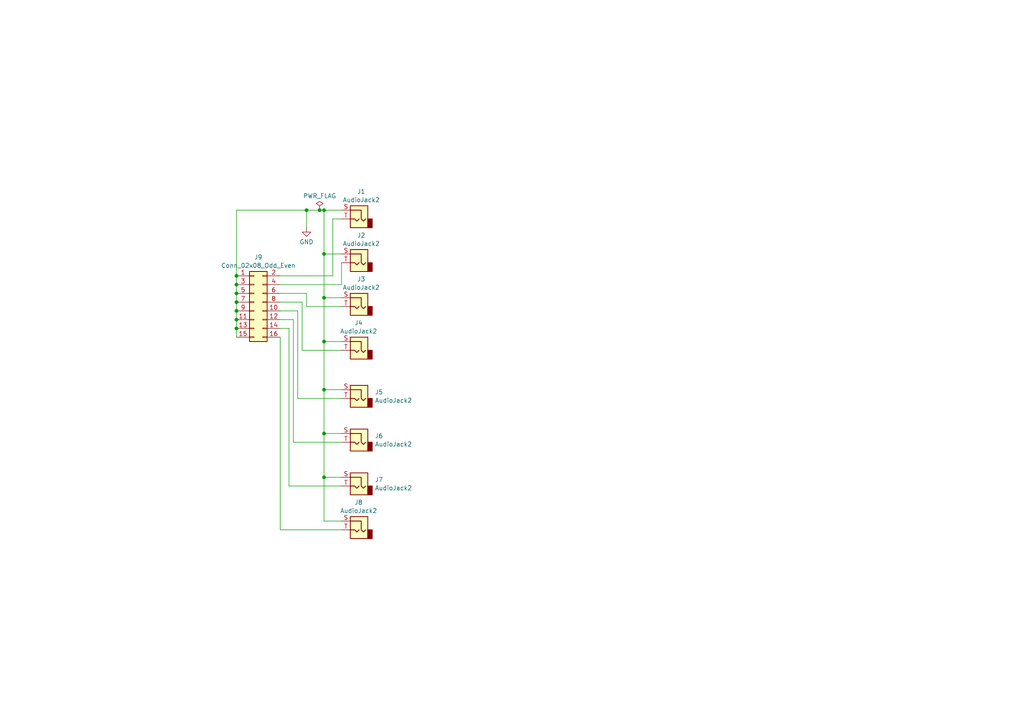
<source format=kicad_sch>
(kicad_sch (version 20250114) (generator "eeschema") (generator_version "9.0")
  (paper "A4")
  (lib_symbols
    (symbol "Connector_Audio:AudioJack2"
      (property "Reference" "J" (at 0 8.89 0))
      (property "Value" "AudioJack2" (at 0 6.35 0))
      (symbol "AudioJack2_0_1"
        (rectangle (start -3.81 0) (end -2.54 -2.54) (stroke (width 0.254)) (fill (type outline)))
        (rectangle (start -2.54 3.81) (end 2.54 -2.54) (stroke (width 0.254)) (fill (type background)))
        (polyline (pts (xy 0 0) (xy 0.635 -0.635) (xy 1.27 0) (xy 2.54 0)) (stroke (width 0.254)))
        (polyline (pts (xy 2.54 2.54) (xy -0.635 2.54) (xy -0.635 0) (xy -1.27 -0.635) (xy -1.905 0)) (stroke (width 0.254)))
      )
      (symbol "AudioJack2_1_1"
        (pin passive line (at 5.08 2.54 180) (length 2.54) (name "~") (number "S"))
        (pin passive line (at 5.08 0 180) (length 2.54) (name "~") (number "T"))
      )
    )
    (symbol "Connector_Generic:Conn_02x08_Odd_Even" (pin_names (offset 1.016) (hide yes))
      (property "Reference" "J" (at 1.27 10.16 0))
      (property "Value" "Conn_02x08_Odd_Even" (at 1.27 -12.7 0))
      (symbol "Conn_02x08_Odd_Even_1_1"
        (rectangle (start -1.27 8.89) (end 3.81 -11.43) (stroke (width 0.254)) (fill (type background)))
        (rectangle (start -1.27 7.747) (end 0 7.493) (stroke (width 0.1524)))
        (rectangle (start -1.27 5.207) (end 0 4.953) (stroke (width 0.1524)))
        (rectangle (start -1.27 2.667) (end 0 2.413) (stroke (width 0.1524)))
        (rectangle (start -1.27 0.127) (end 0 -0.127) (stroke (width 0.1524)))
        (rectangle (start -1.27 -2.413) (end 0 -2.667) (stroke (width 0.1524)))
        (rectangle (start -1.27 -4.953) (end 0 -5.207) (stroke (width 0.1524)))
        (rectangle (start -1.27 -7.493) (end 0 -7.747) (stroke (width 0.1524)))
        (rectangle (start -1.27 -10.033) (end 0 -10.287) (stroke (width 0.1524)))
        (rectangle (start 3.81 7.747) (end 2.54 7.493) (stroke (width 0.1524)))
        (rectangle (start 3.81 5.207) (end 2.54 4.953) (stroke (width 0.1524)))
        (rectangle (start 3.81 2.667) (end 2.54 2.413) (stroke (width 0.1524)))
        (rectangle (start 3.81 0.127) (end 2.54 -0.127) (stroke (width 0.1524)))
        (rectangle (start 3.81 -2.413) (end 2.54 -2.667) (stroke (width 0.1524)))
        (rectangle (start 3.81 -4.953) (end 2.54 -5.207) (stroke (width 0.1524)))
        (rectangle (start 3.81 -7.493) (end 2.54 -7.747) (stroke (width 0.1524)))
        (rectangle (start 3.81 -10.033) (end 2.54 -10.287) (stroke (width 0.1524)))
        (pin passive line (at -5.08 7.62 0) (length 3.81) (name "Pin_1") (number "1"))
        (pin passive line (at -5.08 5.08 0) (length 3.81) (name "Pin_3") (number "3"))
        (pin passive line (at -5.08 2.54 0) (length 3.81) (name "Pin_5") (number "5"))
        (pin passive line (at -5.08 0 0) (length 3.81) (name "Pin_7") (number "7"))
        (pin passive line (at -5.08 -2.54 0) (length 3.81) (name "Pin_9") (number "9"))
        (pin passive line (at -5.08 -5.08 0) (length 3.81) (name "Pin_11") (number "11"))
        (pin passive line (at -5.08 -7.62 0) (length 3.81) (name "Pin_13") (number "13"))
        (pin passive line (at -5.08 -10.16 0) (length 3.81) (name "Pin_15") (number "15"))
        (pin passive line (at 7.62 7.62 180) (length 3.81) (name "Pin_2") (number "2"))
        (pin passive line (at 7.62 5.08 180) (length 3.81) (name "Pin_4") (number "4"))
        (pin passive line (at 7.62 2.54 180) (length 3.81) (name "Pin_6") (number "6"))
        (pin passive line (at 7.62 0 180) (length 3.81) (name "Pin_8") (number "8"))
        (pin passive line (at 7.62 -2.54 180) (length 3.81) (name "Pin_10") (number "10"))
        (pin passive line (at 7.62 -5.08 180) (length 3.81) (name "Pin_12") (number "12"))
        (pin passive line (at 7.62 -7.62 180) (length 3.81) (name "Pin_14") (number "14"))
        (pin passive line (at 7.62 -10.16 180) (length 3.81) (name "Pin_16") (number "16"))
      )
    )
    (symbol "power:GND" (power) (pin_numbers (hide yes)) (pin_names (offset 0) (hide yes))
      (property "Value" "GND" (at 0 -3.81 0))
      (symbol "GND_0_1"
        (polyline (pts (xy 0 0) (xy 0 -1.27) (xy 1.27 -1.27) (xy 0 -2.54) (xy -1.27 -1.27) (xy 0 -1.27)))
      )
      (symbol "GND_1_1"
        (pin power_in line (at 0 0 270) (length 0) (name "~") (number "1"))
      )
    )
    (symbol "power:PWR_FLAG" (power) (pin_numbers (hide yes)) (pin_names (offset 0) (hide yes))
      (property "Value" "PWR_FLAG" (at 0 3.81 0))
      (symbol "PWR_FLAG_0_0"
        (pin power_out line (at 0 0 90) (length 0) (name "~") (number "1"))
      )
      (symbol "PWR_FLAG_0_1"
        (polyline (pts (xy 0 0) (xy 0 1.27) (xy -1.016 1.905) (xy 0 2.54) (xy 1.016 1.905) (xy 0 1.27)))
      )
    )
  )
  (junction (at 93.98 113.03))
  (junction (at 68.58 95.25))
  (junction (at 93.98 60.96))
  (junction (at 93.98 86.36))
  (junction (at 68.58 87.63))
  (junction (at 68.58 82.55))
  (junction (at 68.58 80.01))
  (junction (at 93.98 125.73))
  (junction (at 68.58 92.71))
  (junction (at 88.9 60.96))
  (junction (at 93.98 138.43))
  (junction (at 68.58 90.17))
  (junction (at 68.58 85.09))
  (junction (at 93.98 99.06))
  (junction (at 93.98 73.66))
  (junction (at 92.71 60.96))
  (wire (pts (xy 93.98 73.66) (xy 93.98 60.96)))
  (wire (pts (xy 93.98 151.13) (xy 99.06 151.13)))
  (wire (pts (xy 81.28 153.67) (xy 81.28 97.79)))
  (wire (pts (xy 93.98 113.03) (xy 93.98 125.73)))
  (wire (pts (xy 85.09 128.27) (xy 85.09 92.71)))
  (wire (pts (xy 86.36 90.17) (xy 81.28 90.17)))
  (wire (pts (xy 88.9 60.96) (xy 68.58 60.96)))
  (wire (pts (xy 68.58 82.55) (xy 68.58 85.09)))
  (wire (pts (xy 99.06 60.96) (xy 93.98 60.96)))
  (wire (pts (xy 81.28 82.55) (xy 99.06 82.55)))
  (wire (pts (xy 86.36 115.57) (xy 86.36 90.17)))
  (wire (pts (xy 88.9 88.9) (xy 88.9 85.09)))
  (wire (pts (xy 88.9 85.09) (xy 81.28 85.09)))
  (wire (pts (xy 93.98 86.36) (xy 99.06 86.36)))
  (wire (pts (xy 93.98 73.66) (xy 99.06 73.66)))
  (wire (pts (xy 99.06 128.27) (xy 85.09 128.27)))
  (wire (pts (xy 68.58 92.71) (xy 68.58 95.25)))
  (wire (pts (xy 85.09 92.71) (xy 81.28 92.71)))
  (wire (pts (xy 99.06 88.9) (xy 88.9 88.9)))
  (wire (pts (xy 93.98 125.73) (xy 99.06 125.73)))
  (wire (pts (xy 99.06 101.6) (xy 87.63 101.6)))
  (wire (pts (xy 92.71 60.96) (xy 88.9 60.96)))
  (wire (pts (xy 68.58 87.63) (xy 68.58 90.17)))
  (wire (pts (xy 93.98 86.36) (xy 93.98 73.66)))
  (wire (pts (xy 96.52 63.5) (xy 96.52 80.01)))
  (wire (pts (xy 96.52 63.5) (xy 99.06 63.5)))
  (wire (pts (xy 83.82 95.25) (xy 81.28 95.25)))
  (wire (pts (xy 81.28 80.01) (xy 96.52 80.01)))
  (wire (pts (xy 68.58 60.96) (xy 68.58 80.01)))
  (wire (pts (xy 93.98 125.73) (xy 93.98 138.43)))
  (wire (pts (xy 99.06 153.67) (xy 81.28 153.67)))
  (wire (pts (xy 93.98 113.03) (xy 93.98 99.06)))
  (wire (pts (xy 68.58 90.17) (xy 68.58 92.71)))
  (wire (pts (xy 88.9 60.96) (xy 88.9 66.04)))
  (wire (pts (xy 68.58 85.09) (xy 68.58 87.63)))
  (wire (pts (xy 99.06 99.06) (xy 93.98 99.06)))
  (wire (pts (xy 93.98 138.43) (xy 99.06 138.43)))
  (wire (pts (xy 99.06 140.97) (xy 83.82 140.97)))
  (wire (pts (xy 99.06 113.03) (xy 93.98 113.03)))
  (wire (pts (xy 99.06 115.57) (xy 86.36 115.57)))
  (wire (pts (xy 93.98 60.96) (xy 92.71 60.96)))
  (wire (pts (xy 93.98 138.43) (xy 93.98 151.13)))
  (wire (pts (xy 87.63 101.6) (xy 87.63 87.63)))
  (wire (pts (xy 68.58 95.25) (xy 68.58 97.79)))
  (wire (pts (xy 93.98 99.06) (xy 93.98 86.36)))
  (wire (pts (xy 83.82 140.97) (xy 83.82 95.25)))
  (wire (pts (xy 68.58 80.01) (xy 68.58 82.55)))
  (wire (pts (xy 87.63 87.63) (xy 81.28 87.63)))
  (wire (pts (xy 99.06 76.2) (xy 99.06 82.55)))
  (symbol (lib_id "Connector_Audio:AudioJack2") (at 104.14 76.2 0) (mirror y) (unit 1)
    (property "Reference" "J2" (at 104.775 68.2455 0))
    (property "Value" "AudioJack2" (at 104.775 70.6698 0))
    (property "Footprint" "Connector_Audio:Jack_3.5mm_CUI_SJ1-3523N_Horizontal" (effects (hide yes)))
    (property "Datasheet" "https://www.mouser.com/datasheet/3/6118/1/sj1_352xn.pdf" (effects (hide yes)))
    (property "Description" "Audio Jack, 2 Poles (Mono / TS)" (effects (hide yes)))
    (property "MPN" "SJ1-3523N" (effects (hide yes)))
  )
  (symbol (lib_id "Connector_Audio:AudioJack2") (at 104.14 63.5 0) (mirror y) (unit 1)
    (property "Reference" "J1" (at 104.775 55.5455 0))
    (property "Value" "AudioJack2" (at 104.775 57.9698 0))
    (property "Footprint" "Connector_Audio:Jack_3.5mm_CUI_SJ1-3523N_Horizontal" (effects (hide yes)))
    (property "Datasheet" "https://www.mouser.com/datasheet/3/6118/1/sj1_352xn.pdf" (effects (hide yes)))
    (property "Description" "Audio Jack, 2 Poles (Mono / TS)" (effects (hide yes)))
    (property "MPN" "SJ1-3523N" (effects (hide yes)))
  )
  (symbol (lib_id "power:PWR_FLAG") (at 92.71 60.96 0) (unit 1)
    (property "Reference" "#FLG01" (effects (hide yes)))
    (property "Value" "PWR_FLAG" (at 92.71 56.8269 0))
    (property "Description" "Special symbol for telling ERC where power comes from" (effects (hide yes)))
  )
  (symbol (lib_id "Connector_Audio:AudioJack2") (at 104.14 115.57 0) (mirror y) (unit 1)
    (property "Reference" "J5" (at 108.712 113.7228 0) (effects (justify right)))
    (property "Value" "AudioJack2" (at 108.712 116.1471 0) (effects (justify right)))
    (property "Footprint" "Connector_Audio:Jack_3.5mm_CUI_SJ1-3523N_Horizontal" (effects (hide yes)))
    (property "Datasheet" "https://www.mouser.com/datasheet/3/6118/1/sj1_352xn.pdf" (effects (hide yes)))
    (property "Description" "Audio Jack, 2 Poles (Mono / TS)" (effects (hide yes)))
    (property "MPN" "SJ1-3523N" (effects (hide yes)))
  )
  (symbol (lib_id "power:GND") (at 88.9 66.04 0) (unit 1)
    (property "Reference" "#PWR01" (effects (hide yes)))
    (property "Value" "GND" (at 88.9 70.1731 0))
    (property "Description" "Power symbol creates a global label with name \"GND\" , ground" (effects (hide yes)))
  )
  (symbol (lib_id "Connector_Generic:Conn_02x08_Odd_Even") (at 73.66 87.63 0) (unit 1)
    (property "Reference" "J9" (at 74.93 74.5955 0))
    (property "Value" "Conn_02x08_Odd_Even" (at 74.93 77.0198 0))
    (property "Footprint" "Connector_PinHeader_2.54mm:PinHeader_2x08_P2.54mm_Vertical" (effects (hide yes)))
    (property "Datasheet" "https://suddendocs.samtec.com/productspecs/tsw-sxx.pdf" (effects (hide yes)))
    (property "Description" "Generic connector, double row, 02x08, odd/even pin numbering scheme (row 1 odd numbers, row 2 even numbers), script generated (kicad-library-utils/schlib/autogen/connector/)" (effects (hide yes)))
    (property "MPN" "TSW-108-14-T-D" (effects (hide yes)))
  )
  (symbol (lib_id "Connector_Audio:AudioJack2") (at 104.14 153.67 0) (mirror y) (unit 1)
    (property "Reference" "J8" (at 104.013 145.7155 0))
    (property "Value" "AudioJack2" (at 104.013 148.1398 0))
    (property "Footprint" "Connector_Audio:Jack_3.5mm_CUI_SJ1-3523N_Horizontal" (effects (hide yes)))
    (property "Datasheet" "https://www.mouser.com/datasheet/3/6118/1/sj1_352xn.pdf" (effects (hide yes)))
    (property "Description" "Audio Jack, 2 Poles (Mono / TS)" (effects (hide yes)))
    (property "MPN" "SJ1-3523N" (effects (hide yes)))
  )
  (symbol (lib_id "Connector_Audio:AudioJack2") (at 104.14 140.97 0) (mirror y) (unit 1)
    (property "Reference" "J7" (at 108.712 139.1228 0) (effects (justify right)))
    (property "Value" "AudioJack2" (at 108.712 141.5471 0) (effects (justify right)))
    (property "Footprint" "Connector_Audio:Jack_3.5mm_CUI_SJ1-3523N_Horizontal" (effects (hide yes)))
    (property "Datasheet" "https://www.mouser.com/datasheet/3/6118/1/sj1_352xn.pdf" (effects (hide yes)))
    (property "Description" "Audio Jack, 2 Poles (Mono / TS)" (effects (hide yes)))
    (property "MPN" "SJ1-3523N" (effects (hide yes)))
  )
  (symbol (lib_id "Connector_Audio:AudioJack2") (at 104.14 128.27 0) (mirror y) (unit 1)
    (property "Reference" "J6" (at 108.712 126.4228 0) (effects (justify right)))
    (property "Value" "AudioJack2" (at 108.712 128.8471 0) (effects (justify right)))
    (property "Footprint" "Connector_Audio:Jack_3.5mm_CUI_SJ1-3523N_Horizontal" (effects (hide yes)))
    (property "Datasheet" "https://www.mouser.com/datasheet/3/6118/1/sj1_352xn.pdf" (effects (hide yes)))
    (property "Description" "Audio Jack, 2 Poles (Mono / TS)" (effects (hide yes)))
    (property "MPN" "SJ1-3523N" (effects (hide yes)))
  )
  (symbol (lib_id "Connector_Audio:AudioJack2") (at 104.14 88.9 0) (mirror y) (unit 1)
    (property "Reference" "J3" (at 104.775 80.9455 0))
    (property "Value" "AudioJack2" (at 104.775 83.3698 0))
    (property "Footprint" "Connector_Audio:Jack_3.5mm_CUI_SJ1-3523N_Horizontal" (effects (hide yes)))
    (property "Datasheet" "https://www.mouser.com/datasheet/3/6118/1/sj1_352xn.pdf" (effects (hide yes)))
    (property "Description" "Audio Jack, 2 Poles (Mono / TS)" (effects (hide yes)))
    (property "MPN" "SJ1-3523N" (effects (hide yes)))
  )
  (symbol (lib_id "Connector_Audio:AudioJack2") (at 104.14 101.6 0) (mirror y) (unit 1)
    (property "Reference" "J4" (at 104.013 93.6455 0))
    (property "Value" "AudioJack2" (at 104.013 96.0698 0))
    (property "Footprint" "Connector_Audio:Jack_3.5mm_CUI_SJ1-3523N_Horizontal" (effects (hide yes)))
    (property "Datasheet" "https://www.mouser.com/datasheet/3/6118/1/sj1_352xn.pdf" (effects (hide yes)))
    (property "Description" "Audio Jack, 2 Poles (Mono / TS)" (effects (hide yes)))
    (property "MPN" "SJ1-3523N" (effects (hide yes)))
  )
)
</source>
